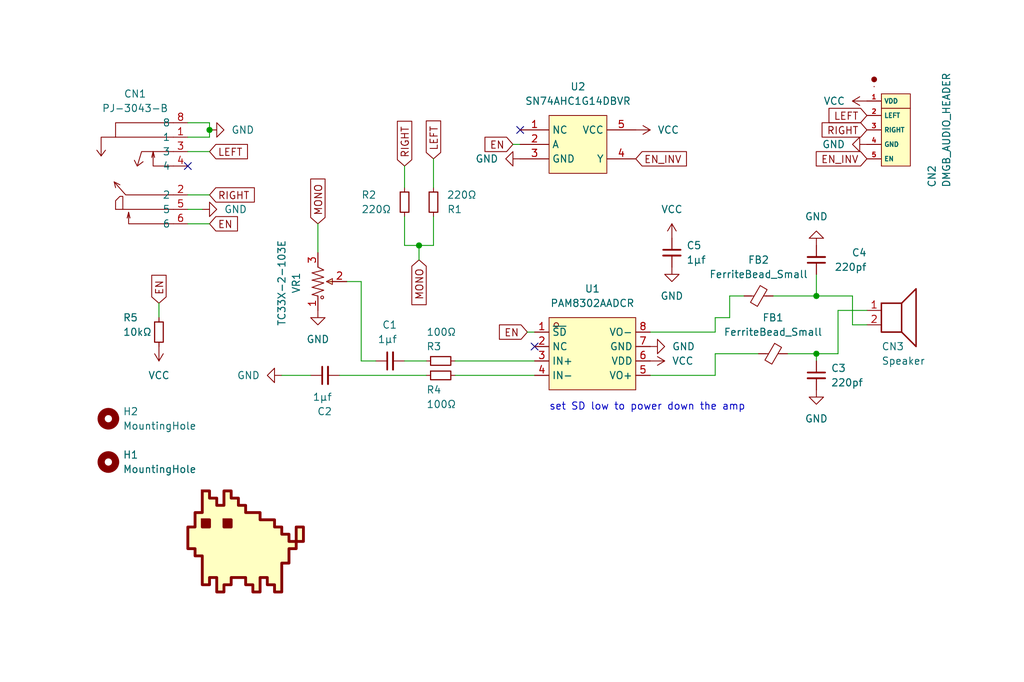
<source format=kicad_sch>
(kicad_sch (version 20211123) (generator eeschema)

  (uuid a64031c3-0583-476a-b60f-25cf7375501b)

  (paper "User" 180.01 119.99)

  (title_block
    (title "Super DMG JACK")
    (rev "2.1")
  )

  (lib_symbols
    (symbol "Device:C_Small" (pin_numbers hide) (pin_names (offset 0.254) hide) (in_bom yes) (on_board yes)
      (property "Reference" "C" (id 0) (at 0.254 1.778 0)
        (effects (font (size 1.27 1.27)) (justify left))
      )
      (property "Value" "C_Small" (id 1) (at 0.254 -2.032 0)
        (effects (font (size 1.27 1.27)) (justify left))
      )
      (property "Footprint" "" (id 2) (at 0 0 0)
        (effects (font (size 1.27 1.27)) hide)
      )
      (property "Datasheet" "~" (id 3) (at 0 0 0)
        (effects (font (size 1.27 1.27)) hide)
      )
      (property "ki_keywords" "capacitor cap" (id 4) (at 0 0 0)
        (effects (font (size 1.27 1.27)) hide)
      )
      (property "ki_description" "Unpolarized capacitor, small symbol" (id 5) (at 0 0 0)
        (effects (font (size 1.27 1.27)) hide)
      )
      (property "ki_fp_filters" "C_*" (id 6) (at 0 0 0)
        (effects (font (size 1.27 1.27)) hide)
      )
      (symbol "C_Small_0_1"
        (polyline
          (pts
            (xy -1.524 -0.508)
            (xy 1.524 -0.508)
          )
          (stroke (width 0.3302) (type default) (color 0 0 0 0))
          (fill (type none))
        )
        (polyline
          (pts
            (xy -1.524 0.508)
            (xy 1.524 0.508)
          )
          (stroke (width 0.3048) (type default) (color 0 0 0 0))
          (fill (type none))
        )
      )
      (symbol "C_Small_1_1"
        (pin passive line (at 0 2.54 270) (length 2.032)
          (name "~" (effects (font (size 1.27 1.27))))
          (number "1" (effects (font (size 1.27 1.27))))
        )
        (pin passive line (at 0 -2.54 90) (length 2.032)
          (name "~" (effects (font (size 1.27 1.27))))
          (number "2" (effects (font (size 1.27 1.27))))
        )
      )
    )
    (symbol "Device:FerriteBead_Small" (pin_numbers hide) (pin_names (offset 0)) (in_bom yes) (on_board yes)
      (property "Reference" "FB" (id 0) (at 1.905 1.27 0)
        (effects (font (size 1.27 1.27)) (justify left))
      )
      (property "Value" "FerriteBead_Small" (id 1) (at 1.905 -1.27 0)
        (effects (font (size 1.27 1.27)) (justify left))
      )
      (property "Footprint" "" (id 2) (at -1.778 0 90)
        (effects (font (size 1.27 1.27)) hide)
      )
      (property "Datasheet" "~" (id 3) (at 0 0 0)
        (effects (font (size 1.27 1.27)) hide)
      )
      (property "ki_keywords" "L ferrite bead inductor filter" (id 4) (at 0 0 0)
        (effects (font (size 1.27 1.27)) hide)
      )
      (property "ki_description" "Ferrite bead, small symbol" (id 5) (at 0 0 0)
        (effects (font (size 1.27 1.27)) hide)
      )
      (property "ki_fp_filters" "Inductor_* L_* *Ferrite*" (id 6) (at 0 0 0)
        (effects (font (size 1.27 1.27)) hide)
      )
      (symbol "FerriteBead_Small_0_1"
        (polyline
          (pts
            (xy 0 -1.27)
            (xy 0 -0.7874)
          )
          (stroke (width 0) (type default) (color 0 0 0 0))
          (fill (type none))
        )
        (polyline
          (pts
            (xy 0 0.889)
            (xy 0 1.2954)
          )
          (stroke (width 0) (type default) (color 0 0 0 0))
          (fill (type none))
        )
        (polyline
          (pts
            (xy -1.8288 0.2794)
            (xy -1.1176 1.4986)
            (xy 1.8288 -0.2032)
            (xy 1.1176 -1.4224)
            (xy -1.8288 0.2794)
          )
          (stroke (width 0) (type default) (color 0 0 0 0))
          (fill (type none))
        )
      )
      (symbol "FerriteBead_Small_1_1"
        (pin passive line (at 0 2.54 270) (length 1.27)
          (name "~" (effects (font (size 1.27 1.27))))
          (number "1" (effects (font (size 1.27 1.27))))
        )
        (pin passive line (at 0 -2.54 90) (length 1.27)
          (name "~" (effects (font (size 1.27 1.27))))
          (number "2" (effects (font (size 1.27 1.27))))
        )
      )
    )
    (symbol "Device:R_Small" (pin_numbers hide) (pin_names (offset 0.254) hide) (in_bom yes) (on_board yes)
      (property "Reference" "R" (id 0) (at 0.762 0.508 0)
        (effects (font (size 1.27 1.27)) (justify left))
      )
      (property "Value" "R_Small" (id 1) (at 0.762 -1.016 0)
        (effects (font (size 1.27 1.27)) (justify left))
      )
      (property "Footprint" "" (id 2) (at 0 0 0)
        (effects (font (size 1.27 1.27)) hide)
      )
      (property "Datasheet" "~" (id 3) (at 0 0 0)
        (effects (font (size 1.27 1.27)) hide)
      )
      (property "ki_keywords" "R resistor" (id 4) (at 0 0 0)
        (effects (font (size 1.27 1.27)) hide)
      )
      (property "ki_description" "Resistor, small symbol" (id 5) (at 0 0 0)
        (effects (font (size 1.27 1.27)) hide)
      )
      (property "ki_fp_filters" "R_*" (id 6) (at 0 0 0)
        (effects (font (size 1.27 1.27)) hide)
      )
      (symbol "R_Small_0_1"
        (rectangle (start -0.762 1.778) (end 0.762 -1.778)
          (stroke (width 0.2032) (type default) (color 0 0 0 0))
          (fill (type none))
        )
      )
      (symbol "R_Small_1_1"
        (pin passive line (at 0 2.54 270) (length 0.762)
          (name "~" (effects (font (size 1.27 1.27))))
          (number "1" (effects (font (size 1.27 1.27))))
        )
        (pin passive line (at 0 -2.54 90) (length 0.762)
          (name "~" (effects (font (size 1.27 1.27))))
          (number "2" (effects (font (size 1.27 1.27))))
        )
      )
    )
    (symbol "Device:Speaker" (pin_names (offset 0) hide) (in_bom yes) (on_board yes)
      (property "Reference" "LS" (id 0) (at 1.27 5.715 0)
        (effects (font (size 1.27 1.27)) (justify right))
      )
      (property "Value" "Speaker" (id 1) (at 1.27 3.81 0)
        (effects (font (size 1.27 1.27)) (justify right))
      )
      (property "Footprint" "" (id 2) (at 0 -5.08 0)
        (effects (font (size 1.27 1.27)) hide)
      )
      (property "Datasheet" "~" (id 3) (at -0.254 -1.27 0)
        (effects (font (size 1.27 1.27)) hide)
      )
      (property "ki_keywords" "speaker sound" (id 4) (at 0 0 0)
        (effects (font (size 1.27 1.27)) hide)
      )
      (property "ki_description" "Speaker" (id 5) (at 0 0 0)
        (effects (font (size 1.27 1.27)) hide)
      )
      (symbol "Speaker_0_0"
        (rectangle (start -2.54 1.27) (end 1.016 -3.81)
          (stroke (width 0.254) (type default) (color 0 0 0 0))
          (fill (type none))
        )
        (polyline
          (pts
            (xy 1.016 1.27)
            (xy 3.556 3.81)
            (xy 3.556 -6.35)
            (xy 1.016 -3.81)
          )
          (stroke (width 0.254) (type default) (color 0 0 0 0))
          (fill (type none))
        )
      )
      (symbol "Speaker_1_1"
        (pin input line (at -5.08 0 0) (length 2.54)
          (name "1" (effects (font (size 1.27 1.27))))
          (number "1" (effects (font (size 1.27 1.27))))
        )
        (pin input line (at -5.08 -2.54 0) (length 2.54)
          (name "2" (effects (font (size 1.27 1.27))))
          (number "2" (effects (font (size 1.27 1.27))))
        )
      )
    )
    (symbol "Mechanical:MountingHole" (pin_names (offset 1.016)) (in_bom yes) (on_board yes)
      (property "Reference" "H" (id 0) (at 0 5.08 0)
        (effects (font (size 1.27 1.27)))
      )
      (property "Value" "MountingHole" (id 1) (at 0 3.175 0)
        (effects (font (size 1.27 1.27)))
      )
      (property "Footprint" "" (id 2) (at 0 0 0)
        (effects (font (size 1.27 1.27)) hide)
      )
      (property "Datasheet" "~" (id 3) (at 0 0 0)
        (effects (font (size 1.27 1.27)) hide)
      )
      (property "ki_keywords" "mounting hole" (id 4) (at 0 0 0)
        (effects (font (size 1.27 1.27)) hide)
      )
      (property "ki_description" "Mounting Hole without connection" (id 5) (at 0 0 0)
        (effects (font (size 1.27 1.27)) hide)
      )
      (property "ki_fp_filters" "MountingHole*" (id 6) (at 0 0 0)
        (effects (font (size 1.27 1.27)) hide)
      )
      (symbol "MountingHole_0_1"
        (circle (center 0 0) (radius 1.27)
          (stroke (width 1.27) (type default) (color 0 0 0 0))
          (fill (type none))
        )
      )
    )
    (symbol "easyeda2kicad:PAM8302AADCR" (in_bom yes) (on_board yes)
      (property "Reference" "U" (id 0) (at 0 8.89 0)
        (effects (font (size 1.27 1.27)))
      )
      (property "Value" "PAM8302AADCR" (id 1) (at 0 -8.89 0)
        (effects (font (size 1.27 1.27)))
      )
      (property "Footprint" "easyeda2kicad:SOP-8_L4.9-W3.9-P1.27-LS6.0-BL" (id 2) (at 0 -11.43 0)
        (effects (font (size 1.27 1.27)) hide)
      )
      (property "Datasheet" "https://lcsc.com/product-detail/Audio-OpAmps_DIODES_PAM8302AADCR_PAM8302AADCR_C112137.html" (id 3) (at 0 -13.97 0)
        (effects (font (size 1.27 1.27)) hide)
      )
      (property "Manufacturer" "DIODES(美台)" (id 4) (at 0 -16.51 0)
        (effects (font (size 1.27 1.27)) hide)
      )
      (property "LCSC Part" "C112137" (id 5) (at 0 -19.05 0)
        (effects (font (size 1.27 1.27)) hide)
      )
      (property "JLC Part" "Extended Part" (id 6) (at 0 -21.59 0)
        (effects (font (size 1.27 1.27)) hide)
      )
      (symbol "PAM8302AADCR_0_1"
        (rectangle (start -7.62 6.35) (end 7.62 -6.35)
          (stroke (width 0) (type default) (color 0 0 0 0))
          (fill (type background))
        )
        (circle (center -6.35 5.08) (radius 0.38)
          (stroke (width 0) (type default) (color 0 0 0 0))
          (fill (type none))
        )
        (pin unspecified line (at -10.16 3.81 0) (length 2.54)
          (name "~{SD}" (effects (font (size 1.27 1.27))))
          (number "1" (effects (font (size 1.27 1.27))))
        )
        (pin unspecified line (at -10.16 1.27 0) (length 2.54)
          (name "NC" (effects (font (size 1.27 1.27))))
          (number "2" (effects (font (size 1.27 1.27))))
        )
        (pin unspecified line (at -10.16 -1.27 0) (length 2.54)
          (name "IN+" (effects (font (size 1.27 1.27))))
          (number "3" (effects (font (size 1.27 1.27))))
        )
        (pin unspecified line (at -10.16 -3.81 0) (length 2.54)
          (name "IN-" (effects (font (size 1.27 1.27))))
          (number "4" (effects (font (size 1.27 1.27))))
        )
        (pin unspecified line (at 10.16 -3.81 180) (length 2.54)
          (name "VO+" (effects (font (size 1.27 1.27))))
          (number "5" (effects (font (size 1.27 1.27))))
        )
        (pin unspecified line (at 10.16 -1.27 180) (length 2.54)
          (name "VDD" (effects (font (size 1.27 1.27))))
          (number "6" (effects (font (size 1.27 1.27))))
        )
        (pin unspecified line (at 10.16 1.27 180) (length 2.54)
          (name "GND" (effects (font (size 1.27 1.27))))
          (number "7" (effects (font (size 1.27 1.27))))
        )
        (pin unspecified line (at 10.16 3.81 180) (length 2.54)
          (name "VO-" (effects (font (size 1.27 1.27))))
          (number "8" (effects (font (size 1.27 1.27))))
        )
      )
    )
    (symbol "easyeda2kicad:PJ-3043-B" (in_bom yes) (on_board yes)
      (property "Reference" "CN" (id 0) (at 0 15.24 0)
        (effects (font (size 1.27 1.27)))
      )
      (property "Value" "PJ-3043-B" (id 1) (at 0 -12.7 0)
        (effects (font (size 1.27 1.27)))
      )
      (property "Footprint" "easyeda2kicad:AUDIO-TH_PJ-3043-B" (id 2) (at 0 -15.24 0)
        (effects (font (size 1.27 1.27)) hide)
      )
      (property "Datasheet" "https://lcsc.com/product-detail/Audio-Video-Connectors_XKB-Connectivity-PJ-3043-B_C2682182.html" (id 3) (at 0 -17.78 0)
        (effects (font (size 1.27 1.27)) hide)
      )
      (property "Manufacturer" "XKB Connectivity(中国星坤)" (id 4) (at 0 -20.32 0)
        (effects (font (size 1.27 1.27)) hide)
      )
      (property "LCSC Part" "C2682182" (id 5) (at 0 -22.86 0)
        (effects (font (size 1.27 1.27)) hide)
      )
      (property "JLC Part" "Extended Part" (id 6) (at 0 -25.4 0)
        (effects (font (size 1.27 1.27)) hide)
      )
      (symbol "PJ-3043-B_0_1"
        (polyline
          (pts
            (xy -7.62 4.32)
            (xy -8.38 5.33)
          )
          (stroke (width 0) (type default) (color 0 0 0 0))
          (fill (type none))
        )
        (polyline
          (pts
            (xy -7.62 4.32)
            (xy -6.86 5.33)
          )
          (stroke (width 0) (type default) (color 0 0 0 0))
          (fill (type none))
        )
        (polyline
          (pts
            (xy -5.33 -0.25)
            (xy -4.32 -0.76)
          )
          (stroke (width 0) (type default) (color 0 0 0 0))
          (fill (type none))
        )
        (polyline
          (pts
            (xy -2.79 -5.59)
            (xy -2.54 -6.6)
          )
          (stroke (width 0) (type default) (color 0 0 0 0))
          (fill (type none))
        )
        (polyline
          (pts
            (xy -1.27 2.54)
            (xy -1.78 3.56)
          )
          (stroke (width 0) (type default) (color 0 0 0 0))
          (fill (type none))
        )
        (polyline
          (pts
            (xy 1.52 5.08)
            (xy 1.27 4.06)
          )
          (stroke (width 0) (type default) (color 0 0 0 0))
          (fill (type none))
        )
        (polyline
          (pts
            (xy 5.08 -5.08)
            (xy -4.32 -5.08)
            (xy -5.08 -5.08)
          )
          (stroke (width 0) (type default) (color 0 0 0 0))
          (fill (type none))
        )
        (polyline
          (pts
            (xy 5.08 7.62)
            (xy -7.62 7.62)
            (xy -7.62 4.32)
          )
          (stroke (width 0) (type default) (color 0 0 0 0))
          (fill (type none))
        )
        (polyline
          (pts
            (xy 5.08 10.16)
            (xy -5.08 10.16)
            (xy -5.08 7.62)
          )
          (stroke (width 0) (type default) (color 0 0 0 0))
          (fill (type none))
        )
        (polyline
          (pts
            (xy 5.08 -7.62)
            (xy -2.79 -7.62)
            (xy -2.79 -5.59)
            (xy -3.05 -6.6)
          )
          (stroke (width 0) (type default) (color 0 0 0 0))
          (fill (type none))
        )
        (polyline
          (pts
            (xy 5.08 -2.54)
            (xy -3.3 -2.54)
            (xy -5.33 -0.25)
            (xy -5.08 -1.27)
          )
          (stroke (width 0) (type default) (color 0 0 0 0))
          (fill (type none))
        )
        (polyline
          (pts
            (xy 5.08 2.54)
            (xy 1.52 2.54)
            (xy 1.52 5.08)
            (xy 1.78 4.06)
          )
          (stroke (width 0) (type default) (color 0 0 0 0))
          (fill (type none))
        )
        (polyline
          (pts
            (xy 5.08 5.08)
            (xy -0.51 5.08)
            (xy -1.27 2.54)
            (xy -0.25 3.3)
          )
          (stroke (width 0) (type default) (color 0 0 0 0))
          (fill (type none))
        )
        (polyline
          (pts
            (xy -5.08 -5.08)
            (xy -5.08 -3.56)
            (xy -4.32 -2.79)
            (xy -3.81 -2.79)
            (xy -3.81 -5.08)
          )
          (stroke (width 0) (type default) (color 0 0 0 0))
          (fill (type none))
        )
        (pin unspecified line (at 7.62 7.62 180) (length 2.54)
          (name "1" (effects (font (size 1.27 1.27))))
          (number "1" (effects (font (size 1.27 1.27))))
        )
        (pin unspecified line (at 7.62 -2.54 180) (length 2.54)
          (name "2" (effects (font (size 1.27 1.27))))
          (number "2" (effects (font (size 1.27 1.27))))
        )
        (pin unspecified line (at 7.62 5.08 180) (length 2.54)
          (name "3" (effects (font (size 1.27 1.27))))
          (number "3" (effects (font (size 1.27 1.27))))
        )
        (pin unspecified line (at 7.62 2.54 180) (length 2.54)
          (name "4" (effects (font (size 1.27 1.27))))
          (number "4" (effects (font (size 1.27 1.27))))
        )
        (pin unspecified line (at 7.62 -5.08 180) (length 2.54)
          (name "5" (effects (font (size 1.27 1.27))))
          (number "5" (effects (font (size 1.27 1.27))))
        )
        (pin unspecified line (at 7.62 -7.62 180) (length 2.54)
          (name "6" (effects (font (size 1.27 1.27))))
          (number "6" (effects (font (size 1.27 1.27))))
        )
        (pin unspecified line (at 7.62 10.16 180) (length 2.54)
          (name "8" (effects (font (size 1.27 1.27))))
          (number "8" (effects (font (size 1.27 1.27))))
        )
      )
    )
    (symbol "easyeda2kicad:SN74AHC1G14DBVR" (in_bom yes) (on_board yes)
      (property "Reference" "U" (id 0) (at 0 7.62 0)
        (effects (font (size 1.27 1.27)))
      )
      (property "Value" "SN74AHC1G14DBVR" (id 1) (at 0 -7.62 0)
        (effects (font (size 1.27 1.27)))
      )
      (property "Footprint" "easyeda2kicad:SOT-23-5_L3.0-W1.7-P0.95-LS2.8-BR" (id 2) (at 0 -10.16 0)
        (effects (font (size 1.27 1.27)) hide)
      )
      (property "Datasheet" "https://lcsc.com/product-detail/74-Series_TI_SN74AHC1G14DBVR_SN74AHC1G14DBVR_C7469.html" (id 3) (at 0 -12.7 0)
        (effects (font (size 1.27 1.27)) hide)
      )
      (property "Manufacturer" "TI(德州仪器)" (id 4) (at 0 -15.24 0)
        (effects (font (size 1.27 1.27)) hide)
      )
      (property "LCSC Part" "C7469" (id 5) (at 0 -17.78 0)
        (effects (font (size 1.27 1.27)) hide)
      )
      (property "JLC Part" "Extended Part" (id 6) (at 0 -20.32 0)
        (effects (font (size 1.27 1.27)) hide)
      )
      (symbol "SN74AHC1G14DBVR_0_1"
        (rectangle (start -5.08 5.08) (end 5.08 -5.08)
          (stroke (width 0) (type default) (color 0 0 0 0))
          (fill (type background))
        )
        (pin unspecified line (at -10.16 2.54 0) (length 5.08)
          (name "NC" (effects (font (size 1.27 1.27))))
          (number "1" (effects (font (size 1.27 1.27))))
        )
        (pin unspecified line (at -10.16 0 0) (length 5.08)
          (name "A" (effects (font (size 1.27 1.27))))
          (number "2" (effects (font (size 1.27 1.27))))
        )
        (pin unspecified line (at -10.16 -2.54 0) (length 5.08)
          (name "GND" (effects (font (size 1.27 1.27))))
          (number "3" (effects (font (size 1.27 1.27))))
        )
        (pin unspecified line (at 10.16 -2.54 180) (length 5.08)
          (name "Y" (effects (font (size 1.27 1.27))))
          (number "4" (effects (font (size 1.27 1.27))))
        )
        (pin unspecified line (at 10.16 2.54 180) (length 5.08)
          (name "VCC" (effects (font (size 1.27 1.27))))
          (number "5" (effects (font (size 1.27 1.27))))
        )
      )
    )
    (symbol "easyeda2kicad:TC33X-2-103E" (pin_names hide) (in_bom yes) (on_board yes)
      (property "Reference" "R" (id 0) (at 0 10.16 0)
        (effects (font (size 1.27 1.27)))
      )
      (property "Value" "TC33X-2-103E" (id 1) (at 0 -5.08 0)
        (effects (font (size 1.27 1.27)))
      )
      (property "Footprint" "easyeda2kicad:RES-ADJ-SMD_3P-L3.0-W3.8-P1.75-BR" (id 2) (at 0 -7.62 0)
        (effects (font (size 1.27 1.27)) hide)
      )
      (property "Datasheet" "" (id 3) (at 0 0 0)
        (effects (font (size 1.27 1.27)) hide)
      )
      (property "Manufacturer" "BOURNS" (id 4) (at 0 -10.16 0)
        (effects (font (size 1.27 1.27)) hide)
      )
      (property "LCSC Part" "C719176" (id 5) (at 0 -12.7 0)
        (effects (font (size 1.27 1.27)) hide)
      )
      (property "JLC Part" "Extended Part" (id 6) (at 0 -15.24 0)
        (effects (font (size 1.27 1.27)) hide)
      )
      (symbol "TC33X-2-103E_0_1"
        (polyline
          (pts
            (xy -2.54 0)
            (xy -2.03 1.02)
          )
          (stroke (width 0) (type default) (color 0 0 0 0))
          (fill (type none))
        )
        (polyline
          (pts
            (xy -2.03 1.02)
            (xy -1.52 -1.02)
          )
          (stroke (width 0) (type default) (color 0 0 0 0))
          (fill (type none))
        )
        (polyline
          (pts
            (xy -1.52 -1.02)
            (xy -0.76 1.02)
          )
          (stroke (width 0) (type default) (color 0 0 0 0))
          (fill (type none))
        )
        (polyline
          (pts
            (xy -0.76 1.02)
            (xy -0.25 -1.02)
          )
          (stroke (width 0) (type default) (color 0 0 0 0))
          (fill (type none))
        )
        (polyline
          (pts
            (xy -0.25 -1.02)
            (xy 0.25 1.02)
          )
          (stroke (width 0) (type default) (color 0 0 0 0))
          (fill (type none))
        )
        (polyline
          (pts
            (xy 0 2.54)
            (xy 0 1.52)
          )
          (stroke (width 0) (type default) (color 0 0 0 0))
          (fill (type none))
        )
        (polyline
          (pts
            (xy 0.25 1.02)
            (xy 1.02 -1.02)
          )
          (stroke (width 0) (type default) (color 0 0 0 0))
          (fill (type none))
        )
        (polyline
          (pts
            (xy 1.02 -1.02)
            (xy 1.52 1.02)
          )
          (stroke (width 0) (type default) (color 0 0 0 0))
          (fill (type none))
        )
        (polyline
          (pts
            (xy 1.52 1.02)
            (xy 2.29 -1.02)
          )
          (stroke (width 0) (type default) (color 0 0 0 0))
          (fill (type none))
        )
        (polyline
          (pts
            (xy 2.29 -1.02)
            (xy 2.54 0)
          )
          (stroke (width 0) (type default) (color 0 0 0 0))
          (fill (type none))
        )
        (polyline
          (pts
            (xy -0.51 2.54)
            (xy 0 1.52)
            (xy 0.51 2.54)
            (xy -0.51 2.54)
          )
          (stroke (width 0) (type default) (color 0 0 0 0))
          (fill (type background))
        )
        (circle (center 2.79 0.76) (radius 0.25)
          (stroke (width 0) (type default) (color 0 0 0 0))
          (fill (type none))
        )
        (pin unspecified line (at 5.08 0 180) (length 2.54)
          (name "1" (effects (font (size 1.27 1.27))))
          (number "1" (effects (font (size 1.27 1.27))))
        )
        (pin unspecified line (at 0 5.08 270) (length 2.54)
          (name "2" (effects (font (size 1.27 1.27))))
          (number "2" (effects (font (size 1.27 1.27))))
        )
        (pin unspecified line (at -5.08 0 0) (length 2.54)
          (name "3" (effects (font (size 1.27 1.27))))
          (number "3" (effects (font (size 1.27 1.27))))
        )
      )
    )
    (symbol "kmc_lib:DMGB_AUDIO_HEADER" (in_bom no) (on_board yes)
      (property "Reference" "H" (id 0) (at 7.62 3.81 0)
        (effects (font (size 1.27 1.27)))
      )
      (property "Value" "DMGB_AUDIO_HEADER" (id 1) (at 10.16 1.27 0)
        (effects (font (size 1.27 1.27)))
      )
      (property "Footprint" "" (id 2) (at 0 0 0)
        (effects (font (size 1.27 1.27)) hide)
      )
      (property "Datasheet" "" (id 3) (at 0 0 0)
        (effects (font (size 1.27 1.27)) hide)
      )
      (symbol "DMGB_AUDIO_HEADER_0_1"
        (polyline
          (pts
            (xy 6.35 -5.08)
            (xy 11.43 -5.08)
          )
          (stroke (width 0) (type default) (color 0 0 0 0))
          (fill (type none))
        )
        (rectangle (start 5.08 -1.27) (end 5.08 -1.27)
          (stroke (width 0) (type default) (color 0 0 0 0))
          (fill (type none))
        )
        (rectangle (start 5.08 -1.27) (end 5.08 -1.27)
          (stroke (width 0) (type default) (color 0 0 0 0))
          (fill (type none))
        )
        (rectangle (start 5.08 -1.27) (end 5.08 -1.27)
          (stroke (width 0) (type default) (color 0 0 0 0))
          (fill (type none))
        )
        (rectangle (start 5.08 0) (end 5.08 0)
          (stroke (width 1) (type default) (color 0 0 0 0))
          (fill (type outline))
        )
        (rectangle (start 6.35 -2.54) (end 11.43 -15.24)
          (stroke (width 0) (type default) (color 0 0 0 0))
          (fill (type background))
        )
        (rectangle (start 8.89 -6.35) (end 8.89 -6.35)
          (stroke (width 0) (type default) (color 0 0 0 0))
          (fill (type none))
        )
      )
      (symbol "DMGB_AUDIO_HEADER_1_1"
        (pin power_in line (at 3.81 -3.81 0) (length 2.4892)
          (name "VDD" (effects (font (size 0.8128 0.8128))))
          (number "1" (effects (font (size 0.8128 0.8128))))
        )
        (pin input line (at 3.81 -6.35 0) (length 2.4892)
          (name "LEFT" (effects (font (size 0.8128 0.8128))))
          (number "2" (effects (font (size 0.8128 0.8128))))
        )
        (pin input line (at 3.81 -8.89 0) (length 2.4892)
          (name "RIGHT" (effects (font (size 0.8128 0.8128))))
          (number "3" (effects (font (size 0.8128 0.8128))))
        )
        (pin power_in line (at 3.81 -11.43 0) (length 2.4892)
          (name "GND" (effects (font (size 0.8128 0.8128))))
          (number "4" (effects (font (size 0.8128 0.8128))))
        )
        (pin output line (at 3.81 -13.97 0) (length 2.4892)
          (name "EN" (effects (font (size 0.8128 0.8128))))
          (number "5" (effects (font (size 0.8128 0.8128))))
        )
      )
    )
    (symbol "kmc_lib:kmc" (in_bom no) (on_board yes)
      (property "Reference" "G" (id 0) (at -3.81 2.54 0)
        (effects (font (size 1.27 1.27)))
      )
      (property "Value" "kmc" (id 1) (at 0 2.54 0)
        (effects (font (size 1.27 1.27)))
      )
      (property "Footprint" "eda-glyphs:kmc" (id 2) (at 0 0 0)
        (effects (font (size 1.27 1.27)) hide)
      )
      (property "Datasheet" "" (id 3) (at 0 0 0)
        (effects (font (size 1.27 1.27)) hide)
      )
      (symbol "kmc_0_1"
        (polyline
          (pts
            (xy 3.81 2.54)
            (xy 3.81 2.54)
          )
          (stroke (width 0) (type default) (color 0 0 0 0))
          (fill (type none))
        )
        (polyline
          (pts
            (xy 5.08 2.54)
            (xy 5.08 2.54)
          )
          (stroke (width 0) (type default) (color 0 0 0 0))
          (fill (type none))
        )
        (polyline
          (pts
            (xy -2.54 -7.62)
            (xy -2.54 -8.89)
            (xy -1.27 -8.89)
            (xy -1.27 -7.62)
            (xy -2.54 -7.62)
          )
          (stroke (width 0.5) (type default) (color 0 0 0 0))
          (fill (type outline))
        )
        (polyline
          (pts
            (xy 1.27 -7.62)
            (xy 1.27 -8.89)
            (xy 2.54 -8.89)
            (xy 2.54 -7.62)
            (xy 1.27 -7.62)
          )
          (stroke (width 0.5) (type default) (color 0 0 0 0))
          (fill (type outline))
        )
        (polyline
          (pts
            (xy -2.54 -2.54)
            (xy -1.27 -2.54)
            (xy -1.27 -3.81)
            (xy 0 -3.81)
            (xy 0 -5.08)
            (xy 1.27 -5.08)
            (xy 1.27 -2.54)
            (xy 2.54 -2.54)
            (xy 2.54 -3.81)
            (xy 3.81 -3.81)
            (xy 3.81 -5.08)
            (xy 5.08 -5.08)
            (xy 5.08 -6.35)
            (xy 7.62 -6.35)
            (xy 7.62 -7.62)
            (xy 10.16 -7.62)
            (xy 10.16 -8.89)
            (xy 11.43 -8.89)
            (xy 11.43 -10.16)
            (xy 12.7 -10.16)
            (xy 12.7 -11.43)
            (xy 13.97 -11.43)
            (xy 13.97 -8.89)
            (xy 15.24 -8.89)
            (xy 15.24 -11.43)
            (xy 13.97 -11.43)
            (xy 13.97 -12.7)
            (xy 12.7 -12.7)
            (xy 12.7 -15.24)
            (xy 11.43 -15.24)
            (xy 11.43 -20.32)
            (xy 10.16 -20.32)
            (xy 10.16 -19.05)
            (xy 8.89 -19.05)
            (xy 8.89 -17.78)
            (xy 7.62 -17.78)
            (xy 7.62 -20.32)
            (xy 6.35 -20.32)
            (xy 6.35 -19.05)
            (xy 5.08 -19.05)
            (xy 5.08 -17.78)
            (xy 2.54 -17.78)
            (xy 2.54 -19.05)
            (xy 1.27 -19.05)
            (xy 1.27 -20.32)
            (xy 0 -20.32)
            (xy 0 -17.78)
            (xy -1.27 -17.78)
            (xy -1.27 -19.05)
            (xy -2.54 -19.05)
            (xy -2.54 -13.97)
            (xy -3.81 -13.97)
            (xy -3.81 -12.7)
            (xy -5.08 -12.7)
            (xy -5.08 -8.89)
            (xy -3.81 -8.89)
            (xy -3.81 -6.35)
            (xy -2.54 -6.35)
            (xy -2.54 -2.54)
          )
          (stroke (width 0.5) (type default) (color 0 0 0 0))
          (fill (type background))
        )
      )
    )
    (symbol "power:GND" (power) (pin_names (offset 0)) (in_bom yes) (on_board yes)
      (property "Reference" "#PWR" (id 0) (at 0 -6.35 0)
        (effects (font (size 1.27 1.27)) hide)
      )
      (property "Value" "GND" (id 1) (at 0 -3.81 0)
        (effects (font (size 1.27 1.27)))
      )
      (property "Footprint" "" (id 2) (at 0 0 0)
        (effects (font (size 1.27 1.27)) hide)
      )
      (property "Datasheet" "" (id 3) (at 0 0 0)
        (effects (font (size 1.27 1.27)) hide)
      )
      (property "ki_keywords" "power-flag" (id 4) (at 0 0 0)
        (effects (font (size 1.27 1.27)) hide)
      )
      (property "ki_description" "Power symbol creates a global label with name \"GND\" , ground" (id 5) (at 0 0 0)
        (effects (font (size 1.27 1.27)) hide)
      )
      (symbol "GND_0_1"
        (polyline
          (pts
            (xy 0 0)
            (xy 0 -1.27)
            (xy 1.27 -1.27)
            (xy 0 -2.54)
            (xy -1.27 -1.27)
            (xy 0 -1.27)
          )
          (stroke (width 0) (type default) (color 0 0 0 0))
          (fill (type none))
        )
      )
      (symbol "GND_1_1"
        (pin power_in line (at 0 0 270) (length 0) hide
          (name "GND" (effects (font (size 1.27 1.27))))
          (number "1" (effects (font (size 1.27 1.27))))
        )
      )
    )
    (symbol "power:VCC" (power) (pin_names (offset 0)) (in_bom yes) (on_board yes)
      (property "Reference" "#PWR" (id 0) (at 0 -3.81 0)
        (effects (font (size 1.27 1.27)) hide)
      )
      (property "Value" "VCC" (id 1) (at 0 3.81 0)
        (effects (font (size 1.27 1.27)))
      )
      (property "Footprint" "" (id 2) (at 0 0 0)
        (effects (font (size 1.27 1.27)) hide)
      )
      (property "Datasheet" "" (id 3) (at 0 0 0)
        (effects (font (size 1.27 1.27)) hide)
      )
      (property "ki_keywords" "power-flag" (id 4) (at 0 0 0)
        (effects (font (size 1.27 1.27)) hide)
      )
      (property "ki_description" "Power symbol creates a global label with name \"VCC\"" (id 5) (at 0 0 0)
        (effects (font (size 1.27 1.27)) hide)
      )
      (symbol "VCC_0_1"
        (polyline
          (pts
            (xy -0.762 1.27)
            (xy 0 2.54)
          )
          (stroke (width 0) (type default) (color 0 0 0 0))
          (fill (type none))
        )
        (polyline
          (pts
            (xy 0 0)
            (xy 0 2.54)
          )
          (stroke (width 0) (type default) (color 0 0 0 0))
          (fill (type none))
        )
        (polyline
          (pts
            (xy 0 2.54)
            (xy 0.762 1.27)
          )
          (stroke (width 0) (type default) (color 0 0 0 0))
          (fill (type none))
        )
      )
      (symbol "VCC_1_1"
        (pin power_in line (at 0 0 90) (length 0) hide
          (name "VCC" (effects (font (size 1.27 1.27))))
          (number "1" (effects (font (size 1.27 1.27))))
        )
      )
    )
  )

  (junction (at 36.83 22.86) (diameter 0) (color 0 0 0 0)
    (uuid 4812b491-2ea7-466e-bca3-31fb5ed5530e)
  )
  (junction (at 73.66 43.18) (diameter 0) (color 0 0 0 0)
    (uuid 711ad620-0341-4e04-bd81-f67d761e11b3)
  )
  (junction (at 143.51 52.07) (diameter 0) (color 0 0 0 0)
    (uuid 925070f7-0c60-4bbc-b414-0cc23713ef82)
  )
  (junction (at 143.51 62.23) (diameter 0) (color 0 0 0 0)
    (uuid ba09e949-c468-4169-bd8a-28f19b7fec24)
  )

  (no_connect (at 93.98 60.96) (uuid 115c2914-d78d-4cd4-94e4-6adc36ebed76))
  (no_connect (at 91.44 22.86) (uuid 447d35b8-ea91-494c-8175-d1bccd2bdd22))
  (no_connect (at 33.02 29.21) (uuid 447d35b8-ea91-494c-8175-d1bccd2bdd23))

  (wire (pts (xy 33.02 39.37) (xy 36.83 39.37))
    (stroke (width 0) (type default) (color 0 0 0 0))
    (uuid 0276c230-b001-492d-9038-805faf2c3f32)
  )
  (wire (pts (xy 149.86 52.07) (xy 149.86 57.15))
    (stroke (width 0) (type default) (color 0 0 0 0))
    (uuid 0aa39140-08fe-4729-ba0f-5c165d37bfbf)
  )
  (wire (pts (xy 128.27 52.07) (xy 128.27 55.88))
    (stroke (width 0) (type default) (color 0 0 0 0))
    (uuid 0d694289-23d8-4945-8a0c-0660abd18510)
  )
  (wire (pts (xy 92.71 58.42) (xy 93.98 58.42))
    (stroke (width 0) (type default) (color 0 0 0 0))
    (uuid 1137118c-79a0-4088-8386-ac9b64dc780a)
  )
  (wire (pts (xy 114.3 66.04) (xy 125.73 66.04))
    (stroke (width 0) (type default) (color 0 0 0 0))
    (uuid 14b5eae2-692b-4857-b8b9-0dd1025a1424)
  )
  (wire (pts (xy 143.51 63.5) (xy 143.51 62.23))
    (stroke (width 0) (type default) (color 0 0 0 0))
    (uuid 163b22b7-d2e6-4347-935a-86bb4268d319)
  )
  (wire (pts (xy 128.27 55.88) (xy 125.73 55.88))
    (stroke (width 0) (type default) (color 0 0 0 0))
    (uuid 1e7c33dc-3faf-4e36-9108-8375d415336a)
  )
  (wire (pts (xy 73.66 43.18) (xy 73.66 45.72))
    (stroke (width 0) (type default) (color 0 0 0 0))
    (uuid 22cec627-8e9c-4165-b080-c7bab8f4f96b)
  )
  (wire (pts (xy 138.43 62.23) (xy 143.51 62.23))
    (stroke (width 0) (type default) (color 0 0 0 0))
    (uuid 329c717a-e336-48b4-91a0-83b24380a671)
  )
  (wire (pts (xy 149.86 57.15) (xy 152.4 57.15))
    (stroke (width 0) (type default) (color 0 0 0 0))
    (uuid 35d971fc-04f2-4cb4-b676-debe21833c7f)
  )
  (wire (pts (xy 80.01 66.04) (xy 93.98 66.04))
    (stroke (width 0) (type default) (color 0 0 0 0))
    (uuid 4741889d-dc73-4acd-aaba-6215183d4b6c)
  )
  (wire (pts (xy 33.02 24.13) (xy 36.83 24.13))
    (stroke (width 0) (type default) (color 0 0 0 0))
    (uuid 4a718d70-a60b-419c-8e53-aff980d75111)
  )
  (wire (pts (xy 128.27 52.07) (xy 130.81 52.07))
    (stroke (width 0) (type default) (color 0 0 0 0))
    (uuid 5849f863-bf09-4f63-a2d6-a4c6ed068b6f)
  )
  (wire (pts (xy 125.73 58.42) (xy 114.3 58.42))
    (stroke (width 0) (type default) (color 0 0 0 0))
    (uuid 674a186d-ba01-490c-be1c-5cabfaead074)
  )
  (wire (pts (xy 71.12 29.21) (xy 71.12 33.02))
    (stroke (width 0) (type default) (color 0 0 0 0))
    (uuid 7a47b4d0-0f9a-48ba-ad9a-fcf11f4853b0)
  )
  (wire (pts (xy 59.69 66.04) (xy 74.93 66.04))
    (stroke (width 0) (type default) (color 0 0 0 0))
    (uuid 7c696b13-de70-4d9c-928c-a9767f7c9831)
  )
  (wire (pts (xy 27.94 53.34) (xy 27.94 55.88))
    (stroke (width 0) (type default) (color 0 0 0 0))
    (uuid 80051e13-728b-41de-891b-702c78b7d1ad)
  )
  (wire (pts (xy 80.01 63.5) (xy 93.98 63.5))
    (stroke (width 0) (type default) (color 0 0 0 0))
    (uuid 8b596b08-9ee1-416d-9118-78e751c0ebe4)
  )
  (wire (pts (xy 33.02 21.59) (xy 36.83 21.59))
    (stroke (width 0) (type default) (color 0 0 0 0))
    (uuid 8e3e6c89-5397-4e9f-ba19-c7e10997cccf)
  )
  (wire (pts (xy 36.83 24.13) (xy 36.83 22.86))
    (stroke (width 0) (type default) (color 0 0 0 0))
    (uuid 928b9ae6-b2cd-4118-b3de-7a6f497c30ab)
  )
  (wire (pts (xy 63.5 49.53) (xy 63.5 63.5))
    (stroke (width 0) (type default) (color 0 0 0 0))
    (uuid 9bd6e70d-92cb-48cc-9710-28a20ace95ec)
  )
  (wire (pts (xy 90.17 25.4) (xy 91.44 25.4))
    (stroke (width 0) (type default) (color 0 0 0 0))
    (uuid a1b9e80a-3906-40c7-a28a-71339eb64f68)
  )
  (wire (pts (xy 71.12 63.5) (xy 74.93 63.5))
    (stroke (width 0) (type default) (color 0 0 0 0))
    (uuid a2fdc46e-3734-4626-9fa0-8cc3f8c8753b)
  )
  (wire (pts (xy 35.56 36.83) (xy 33.02 36.83))
    (stroke (width 0) (type default) (color 0 0 0 0))
    (uuid ac79cc29-d301-4571-8d88-bb5b977d85ce)
  )
  (wire (pts (xy 36.83 26.67) (xy 33.02 26.67))
    (stroke (width 0) (type default) (color 0 0 0 0))
    (uuid adf2c8db-8aba-4be7-ba9a-cf4d2ffd5e79)
  )
  (wire (pts (xy 36.83 34.29) (xy 33.02 34.29))
    (stroke (width 0) (type default) (color 0 0 0 0))
    (uuid b089850e-0545-4bd1-9098-7b57ea60d6a7)
  )
  (wire (pts (xy 60.96 49.53) (xy 63.5 49.53))
    (stroke (width 0) (type default) (color 0 0 0 0))
    (uuid b10a189c-be19-4e17-8dab-159854623722)
  )
  (wire (pts (xy 143.51 52.07) (xy 149.86 52.07))
    (stroke (width 0) (type default) (color 0 0 0 0))
    (uuid c0e8b273-6123-4ebe-93b7-443c75d3ce44)
  )
  (wire (pts (xy 76.2 27.94) (xy 76.2 33.02))
    (stroke (width 0) (type default) (color 0 0 0 0))
    (uuid c723820e-ddb1-47a7-ab8f-86a95ec25579)
  )
  (wire (pts (xy 135.89 52.07) (xy 143.51 52.07))
    (stroke (width 0) (type default) (color 0 0 0 0))
    (uuid ca764b71-0d5d-47ae-846d-880dee3eb0c9)
  )
  (wire (pts (xy 125.73 62.23) (xy 133.35 62.23))
    (stroke (width 0) (type default) (color 0 0 0 0))
    (uuid ca9f0e23-3f33-4f3d-b677-96632450e2d6)
  )
  (wire (pts (xy 71.12 43.18) (xy 73.66 43.18))
    (stroke (width 0) (type default) (color 0 0 0 0))
    (uuid ce79793c-59cc-4d3b-8f7b-2786203ae204)
  )
  (wire (pts (xy 147.32 54.61) (xy 147.32 62.23))
    (stroke (width 0) (type default) (color 0 0 0 0))
    (uuid d840a983-241b-4f07-b5bb-ddd6ca9d7e41)
  )
  (wire (pts (xy 71.12 38.1) (xy 71.12 43.18))
    (stroke (width 0) (type default) (color 0 0 0 0))
    (uuid de7175ac-7422-4dad-907f-9f68c0a4db98)
  )
  (wire (pts (xy 76.2 38.1) (xy 76.2 43.18))
    (stroke (width 0) (type default) (color 0 0 0 0))
    (uuid df7f6242-b454-48d4-9af7-07299d0a7f97)
  )
  (wire (pts (xy 76.2 43.18) (xy 73.66 43.18))
    (stroke (width 0) (type default) (color 0 0 0 0))
    (uuid e5147e11-a8db-4958-8b7a-de1d93fbf010)
  )
  (wire (pts (xy 125.73 62.23) (xy 125.73 66.04))
    (stroke (width 0) (type default) (color 0 0 0 0))
    (uuid eb220136-da7a-4be3-b293-210926394dc2)
  )
  (wire (pts (xy 147.32 54.61) (xy 152.4 54.61))
    (stroke (width 0) (type default) (color 0 0 0 0))
    (uuid edd17030-97da-4965-9d4f-c1b40978af79)
  )
  (wire (pts (xy 36.83 21.59) (xy 36.83 22.86))
    (stroke (width 0) (type default) (color 0 0 0 0))
    (uuid f0b44d34-bbdf-4692-bc53-df6b7ebf0512)
  )
  (wire (pts (xy 49.53 66.04) (xy 54.61 66.04))
    (stroke (width 0) (type default) (color 0 0 0 0))
    (uuid f2e350ae-52a1-45b7-b065-05bd2e391299)
  )
  (wire (pts (xy 125.73 55.88) (xy 125.73 58.42))
    (stroke (width 0) (type default) (color 0 0 0 0))
    (uuid f4bb6195-d182-40d7-a8c7-46a50a44db22)
  )
  (wire (pts (xy 143.51 62.23) (xy 147.32 62.23))
    (stroke (width 0) (type default) (color 0 0 0 0))
    (uuid f5a77117-6631-4dc9-86a3-90b6e3add24c)
  )
  (wire (pts (xy 143.51 48.26) (xy 143.51 52.07))
    (stroke (width 0) (type default) (color 0 0 0 0))
    (uuid f5aa7d87-6266-4c3e-8554-74e4bafc13e4)
  )
  (wire (pts (xy 63.5 63.5) (xy 66.04 63.5))
    (stroke (width 0) (type default) (color 0 0 0 0))
    (uuid f5fa1f48-ce82-441d-b48b-ce4f7fd80510)
  )
  (wire (pts (xy 55.88 39.37) (xy 55.88 44.45))
    (stroke (width 0) (type default) (color 0 0 0 0))
    (uuid fd22b824-b2e2-44ea-8fa4-682618fbed98)
  )

  (text "set SD low to power down the amp" (at 96.52 72.39 0)
    (effects (font (size 1.27 1.27)) (justify left bottom))
    (uuid d0d78816-ba00-493d-8501-9bffc99fed08)
  )

  (global_label "RIGHT" (shape input) (at 36.83 34.29 0) (fields_autoplaced)
    (effects (font (size 1.27 1.27)) (justify left))
    (uuid 1c2287ce-e6e8-4676-9aaf-a5a28bbd2c31)
    (property "Intersheet References" "${INTERSHEET_REFS}" (id 0) (at 44.686 34.2106 0)
      (effects (font (size 1.27 1.27)) (justify left) hide)
    )
  )
  (global_label "RIGHT" (shape input) (at 152.4 22.86 180) (fields_autoplaced)
    (effects (font (size 1.27 1.27)) (justify right))
    (uuid 2c07ce31-f8be-4d88-9a41-b7b3645ba257)
    (property "Intersheet References" "${INTERSHEET_REFS}" (id 0) (at 144.544 22.9394 0)
      (effects (font (size 1.27 1.27)) (justify right) hide)
    )
  )
  (global_label "EN_INV" (shape input) (at 152.4 27.94 180) (fields_autoplaced)
    (effects (font (size 1.27 1.27)) (justify right))
    (uuid 2dc567be-c175-41e5-bbc3-4fe5fe6695bc)
    (property "Intersheet References" "${INTERSHEET_REFS}" (id 0) (at 143.5159 28.0194 0)
      (effects (font (size 1.27 1.27)) (justify right) hide)
    )
  )
  (global_label "MONO" (shape input) (at 55.88 39.37 90) (fields_autoplaced)
    (effects (font (size 1.27 1.27)) (justify left))
    (uuid 33035381-bb6c-41cb-84ae-896c2bb7ef67)
    (property "Intersheet References" "${INTERSHEET_REFS}" (id 0) (at 55.8006 31.514 90)
      (effects (font (size 1.27 1.27)) (justify left) hide)
    )
  )
  (global_label "EN" (shape input) (at 36.83 39.37 0) (fields_autoplaced)
    (effects (font (size 1.27 1.27)) (justify left))
    (uuid 3ab8d7a6-2eef-4a15-85b8-9e5fbc1cf4f0)
    (property "Intersheet References" "${INTERSHEET_REFS}" (id 0) (at 41.7226 39.2906 0)
      (effects (font (size 1.27 1.27)) (justify left) hide)
    )
  )
  (global_label "LEFT" (shape input) (at 152.4 20.32 180) (fields_autoplaced)
    (effects (font (size 1.27 1.27)) (justify right))
    (uuid 588062f2-ea7d-4a7f-8239-c34efe8b385a)
    (property "Intersheet References" "${INTERSHEET_REFS}" (id 0) (at 145.7536 20.3994 0)
      (effects (font (size 1.27 1.27)) (justify right) hide)
    )
  )
  (global_label "LEFT" (shape input) (at 36.83 26.67 0) (fields_autoplaced)
    (effects (font (size 1.27 1.27)) (justify left))
    (uuid 5c73c2b9-49ec-4625-bb7d-286b62e3d04b)
    (property "Intersheet References" "${INTERSHEET_REFS}" (id 0) (at 43.4764 26.5906 0)
      (effects (font (size 1.27 1.27)) (justify left) hide)
    )
  )
  (global_label "EN" (shape input) (at 92.71 58.42 180) (fields_autoplaced)
    (effects (font (size 1.27 1.27)) (justify right))
    (uuid 666ad3ec-548e-4c0f-929e-1dda94e4c7cb)
    (property "Intersheet References" "${INTERSHEET_REFS}" (id 0) (at 87.8174 58.3406 0)
      (effects (font (size 1.27 1.27)) (justify right) hide)
    )
  )
  (global_label "LEFT" (shape input) (at 76.2 27.94 90) (fields_autoplaced)
    (effects (font (size 1.27 1.27)) (justify left))
    (uuid 684bf229-f9ce-4b1d-b111-d3a37779f261)
    (property "Intersheet References" "${INTERSHEET_REFS}" (id 0) (at 76.1206 21.2936 90)
      (effects (font (size 1.27 1.27)) (justify left) hide)
    )
  )
  (global_label "EN" (shape input) (at 90.17 25.4 180) (fields_autoplaced)
    (effects (font (size 1.27 1.27)) (justify right))
    (uuid 8632064c-de1c-44f3-9e80-eabe2c198ab9)
    (property "Intersheet References" "${INTERSHEET_REFS}" (id 0) (at 85.2774 25.3206 0)
      (effects (font (size 1.27 1.27)) (justify right) hide)
    )
  )
  (global_label "MONO" (shape input) (at 73.66 45.72 270) (fields_autoplaced)
    (effects (font (size 1.27 1.27)) (justify right))
    (uuid a509c219-d929-4c18-880b-902246af2767)
    (property "Intersheet References" "${INTERSHEET_REFS}" (id 0) (at 73.7394 53.576 90)
      (effects (font (size 1.27 1.27)) (justify right) hide)
    )
  )
  (global_label "RIGHT" (shape input) (at 71.12 29.21 90) (fields_autoplaced)
    (effects (font (size 1.27 1.27)) (justify left))
    (uuid ada55d61-fd67-460a-976c-90906aaf0a2c)
    (property "Intersheet References" "${INTERSHEET_REFS}" (id 0) (at 71.0406 21.354 90)
      (effects (font (size 1.27 1.27)) (justify left) hide)
    )
  )
  (global_label "EN_INV" (shape input) (at 111.76 27.94 0) (fields_autoplaced)
    (effects (font (size 1.27 1.27)) (justify left))
    (uuid ba42ce44-c894-471b-a8c9-d93d1c370d64)
    (property "Intersheet References" "${INTERSHEET_REFS}" (id 0) (at 120.6441 27.8606 0)
      (effects (font (size 1.27 1.27)) (justify left) hide)
    )
  )
  (global_label "EN" (shape input) (at 27.94 53.34 90) (fields_autoplaced)
    (effects (font (size 1.27 1.27)) (justify left))
    (uuid c8ebcebd-2cde-4eb9-895c-0e39b52ba33a)
    (property "Intersheet References" "${INTERSHEET_REFS}" (id 0) (at 27.8606 48.4474 90)
      (effects (font (size 1.27 1.27)) (justify left) hide)
    )
  )

  (symbol (lib_id "easyeda2kicad:PAM8302AADCR") (at 104.14 62.23 0) (unit 1)
    (in_bom yes) (on_board yes) (fields_autoplaced)
    (uuid 02024b23-6d5e-4c2f-a5dc-d2223fa1eb0d)
    (property "Reference" "U1" (id 0) (at 104.14 50.8 0))
    (property "Value" "PAM8302AADCR" (id 1) (at 104.14 53.34 0))
    (property "Footprint" "easyeda2kicad:SOP-8_L4.9-W3.9-P1.27-LS6.0-BL" (id 2) (at 104.14 73.66 0)
      (effects (font (size 1.27 1.27)) hide)
    )
    (property "Datasheet" "https://lcsc.com/product-detail/Audio-OpAmps_DIODES_PAM8302AADCR_PAM8302AADCR_C112137.html" (id 3) (at 104.14 76.2 0)
      (effects (font (size 1.27 1.27)) hide)
    )
    (property "Manufacturer" "DIODES(美台)" (id 4) (at 104.14 78.74 0)
      (effects (font (size 1.27 1.27)) hide)
    )
    (property "LCSC" "C112137" (id 5) (at 104.14 81.28 0)
      (effects (font (size 1.27 1.27)) hide)
    )
    (property "JLC Part" "Extended Part" (id 6) (at 104.14 83.82 0)
      (effects (font (size 1.27 1.27)) hide)
    )
    (pin "1" (uuid d57bc4e6-fc0b-4c3a-862c-b12e2e317e46))
    (pin "2" (uuid 1f705cec-cdf1-4a53-a6d7-0ecc0cdf66e4))
    (pin "3" (uuid d3e45925-e3cd-4e1e-b1f6-9004c2eb2c7c))
    (pin "4" (uuid fe1b9f61-fc87-442f-926c-97ec100926f2))
    (pin "5" (uuid 70ede01b-d6da-4c88-a929-f73d1373d3e5))
    (pin "6" (uuid 5428c46f-5d0c-4715-bdb0-af00d3481546))
    (pin "7" (uuid e9385630-3dee-408c-87af-68af13f39fbc))
    (pin "8" (uuid c0e29718-e264-4a0d-9b52-07b5bce973d1))
  )

  (symbol (lib_id "power:VCC") (at 152.4 17.78 90) (unit 1)
    (in_bom yes) (on_board yes) (fields_autoplaced)
    (uuid 032ece1f-d7be-4f8c-bcd6-1395da97586d)
    (property "Reference" "#PWR0107" (id 0) (at 156.21 17.78 0)
      (effects (font (size 1.27 1.27)) hide)
    )
    (property "Value" "VCC" (id 1) (at 148.59 17.7799 90)
      (effects (font (size 1.27 1.27)) (justify left))
    )
    (property "Footprint" "" (id 2) (at 152.4 17.78 0)
      (effects (font (size 1.27 1.27)) hide)
    )
    (property "Datasheet" "" (id 3) (at 152.4 17.78 0)
      (effects (font (size 1.27 1.27)) hide)
    )
    (pin "1" (uuid daa83938-e271-4714-91df-6fff0efcaf84))
  )

  (symbol (lib_id "Device:C_Small") (at 143.51 45.72 180) (unit 1)
    (in_bom yes) (on_board yes)
    (uuid 0ac1d050-932b-402f-a5b2-080e92f56c13)
    (property "Reference" "C4" (id 0) (at 152.4 44.45 0)
      (effects (font (size 1.27 1.27)) (justify left))
    )
    (property "Value" "220pf" (id 1) (at 152.4 46.99 0)
      (effects (font (size 1.27 1.27)) (justify left))
    )
    (property "Footprint" "Capacitor_SMD:C_0805_2012Metric_Pad1.18x1.45mm_HandSolder" (id 2) (at 143.51 45.72 0)
      (effects (font (size 1.27 1.27)) hide)
    )
    (property "Datasheet" "~" (id 3) (at 143.51 45.72 0)
      (effects (font (size 1.27 1.27)) hide)
    )
    (pin "1" (uuid 1a52d3a1-5b7e-4911-92e1-0f32d4e1958c))
    (pin "2" (uuid 4ebfd73a-dc59-4ed4-a360-982a3b25ceb8))
  )

  (symbol (lib_id "Device:R_Small") (at 77.47 66.04 90) (unit 1)
    (in_bom yes) (on_board yes)
    (uuid 186f107b-0b68-4647-9f76-227686ee6064)
    (property "Reference" "R4" (id 0) (at 74.93 68.58 90)
      (effects (font (size 1.27 1.27)) (justify right))
    )
    (property "Value" "100Ω" (id 1) (at 74.93 71.12 90)
      (effects (font (size 1.27 1.27)) (justify right))
    )
    (property "Footprint" "Resistor_SMD:R_0805_2012Metric_Pad1.20x1.40mm_HandSolder" (id 2) (at 77.47 66.04 0)
      (effects (font (size 1.27 1.27)) hide)
    )
    (property "Datasheet" "~" (id 3) (at 77.47 66.04 0)
      (effects (font (size 1.27 1.27)) hide)
    )
    (pin "1" (uuid 103790aa-cf2d-426f-9756-bb75138dbdbb))
    (pin "2" (uuid 9d865096-3dad-4b6b-8145-08d471086f53))
  )

  (symbol (lib_id "Device:Speaker") (at 157.48 54.61 0) (unit 1)
    (in_bom yes) (on_board yes)
    (uuid 1c566a50-ae32-4bc6-a0e5-7e0eaad07564)
    (property "Reference" "CN3" (id 0) (at 154.94 60.96 0)
      (effects (font (size 1.27 1.27)) (justify left))
    )
    (property "Value" "Speaker" (id 1) (at 154.94 63.5 0)
      (effects (font (size 1.27 1.27)) (justify left))
    )
    (property "Footprint" "kmc_lib:CONN-TH_2P-P1.25_HCTL_HC-1.25-2AW_LONGPADS" (id 2) (at 157.48 59.69 0)
      (effects (font (size 1.27 1.27)) hide)
    )
    (property "Datasheet" "~" (id 3) (at 157.226 55.88 0)
      (effects (font (size 1.27 1.27)) hide)
    )
    (property "LCSC" "C722595" (id 4) (at 157.48 54.61 0)
      (effects (font (size 1.27 1.27)) hide)
    )
    (pin "1" (uuid 191e120f-fd7e-4e3d-8025-eddf9ec8f03b))
    (pin "2" (uuid 6369ca05-cc1d-4577-be9e-a5126de033df))
  )

  (symbol (lib_id "power:GND") (at 55.88 54.61 0) (unit 1)
    (in_bom yes) (on_board yes) (fields_autoplaced)
    (uuid 26577fa3-3d96-4c1f-b173-ba27542d08ac)
    (property "Reference" "#PWR0103" (id 0) (at 55.88 60.96 0)
      (effects (font (size 1.27 1.27)) hide)
    )
    (property "Value" "GND" (id 1) (at 55.88 59.69 0))
    (property "Footprint" "" (id 2) (at 55.88 54.61 0)
      (effects (font (size 1.27 1.27)) hide)
    )
    (property "Datasheet" "" (id 3) (at 55.88 54.61 0)
      (effects (font (size 1.27 1.27)) hide)
    )
    (pin "1" (uuid 3cb2312b-60b5-4fb4-b84c-b3fca1db8539))
  )

  (symbol (lib_id "power:GND") (at 114.3 60.96 90) (unit 1)
    (in_bom yes) (on_board yes) (fields_autoplaced)
    (uuid 26d8022c-c007-4ee0-b11a-0d88b404cbe4)
    (property "Reference" "#PWR0114" (id 0) (at 120.65 60.96 0)
      (effects (font (size 1.27 1.27)) hide)
    )
    (property "Value" "GND" (id 1) (at 118.11 60.9599 90)
      (effects (font (size 1.27 1.27)) (justify right))
    )
    (property "Footprint" "" (id 2) (at 114.3 60.96 0)
      (effects (font (size 1.27 1.27)) hide)
    )
    (property "Datasheet" "" (id 3) (at 114.3 60.96 0)
      (effects (font (size 1.27 1.27)) hide)
    )
    (pin "1" (uuid 52494e64-cabe-48bc-80e8-07fe2fde4ce4))
  )

  (symbol (lib_id "Mechanical:MountingHole") (at 19.05 73.66 0) (unit 1)
    (in_bom no) (on_board yes) (fields_autoplaced)
    (uuid 29be1454-349e-4be7-b6f7-e325d120b524)
    (property "Reference" "H2" (id 0) (at 21.59 72.3899 0)
      (effects (font (size 1.27 1.27)) (justify left))
    )
    (property "Value" "MountingHole" (id 1) (at 21.59 74.9299 0)
      (effects (font (size 1.27 1.27)) (justify left))
    )
    (property "Footprint" "MountingHole:MountingHole_2.2mm_M2" (id 2) (at 19.05 73.66 0)
      (effects (font (size 1.27 1.27)) hide)
    )
    (property "Datasheet" "~" (id 3) (at 19.05 73.66 0)
      (effects (font (size 1.27 1.27)) hide)
    )
  )

  (symbol (lib_id "power:VCC") (at 118.11 41.91 0) (unit 1)
    (in_bom yes) (on_board yes) (fields_autoplaced)
    (uuid 2cad07f0-3b77-4a41-83c3-4d21bd35bd3d)
    (property "Reference" "#PWR0110" (id 0) (at 118.11 45.72 0)
      (effects (font (size 1.27 1.27)) hide)
    )
    (property "Value" "VCC" (id 1) (at 118.11 36.83 0))
    (property "Footprint" "" (id 2) (at 118.11 41.91 0)
      (effects (font (size 1.27 1.27)) hide)
    )
    (property "Datasheet" "" (id 3) (at 118.11 41.91 0)
      (effects (font (size 1.27 1.27)) hide)
    )
    (pin "1" (uuid b2678ad9-640b-4fb7-b7a1-db2522c9c5bd))
  )

  (symbol (lib_id "power:GND") (at 49.53 66.04 270) (unit 1)
    (in_bom yes) (on_board yes) (fields_autoplaced)
    (uuid 30fda5ee-a56c-4e66-a786-7989fae5b796)
    (property "Reference" "#PWR0104" (id 0) (at 43.18 66.04 0)
      (effects (font (size 1.27 1.27)) hide)
    )
    (property "Value" "GND" (id 1) (at 45.72 66.0399 90)
      (effects (font (size 1.27 1.27)) (justify right))
    )
    (property "Footprint" "" (id 2) (at 49.53 66.04 0)
      (effects (font (size 1.27 1.27)) hide)
    )
    (property "Datasheet" "" (id 3) (at 49.53 66.04 0)
      (effects (font (size 1.27 1.27)) hide)
    )
    (pin "1" (uuid 4a129018-0646-43f1-909d-baaa09bada19))
  )

  (symbol (lib_id "power:GND") (at 152.4 25.4 270) (unit 1)
    (in_bom yes) (on_board yes) (fields_autoplaced)
    (uuid 400b80cd-bdf2-4cf2-97f5-c6ccd84e0f60)
    (property "Reference" "#PWR0108" (id 0) (at 146.05 25.4 0)
      (effects (font (size 1.27 1.27)) hide)
    )
    (property "Value" "GND" (id 1) (at 148.59 25.3999 90)
      (effects (font (size 1.27 1.27)) (justify right))
    )
    (property "Footprint" "" (id 2) (at 152.4 25.4 0)
      (effects (font (size 1.27 1.27)) hide)
    )
    (property "Datasheet" "" (id 3) (at 152.4 25.4 0)
      (effects (font (size 1.27 1.27)) hide)
    )
    (pin "1" (uuid e9e63773-3ab6-46ae-9488-f17e691573f6))
  )

  (symbol (lib_id "Device:R_Small") (at 77.47 63.5 90) (unit 1)
    (in_bom yes) (on_board yes)
    (uuid 414e4a0b-f6d7-4d95-913d-11c4629b8c0e)
    (property "Reference" "R3" (id 0) (at 74.93 60.96 90)
      (effects (font (size 1.27 1.27)) (justify right))
    )
    (property "Value" "100Ω" (id 1) (at 74.93 58.42 90)
      (effects (font (size 1.27 1.27)) (justify right))
    )
    (property "Footprint" "Resistor_SMD:R_0805_2012Metric_Pad1.20x1.40mm_HandSolder" (id 2) (at 77.47 63.5 0)
      (effects (font (size 1.27 1.27)) hide)
    )
    (property "Datasheet" "~" (id 3) (at 77.47 63.5 0)
      (effects (font (size 1.27 1.27)) hide)
    )
    (pin "1" (uuid 13c2a8a4-b51e-4d88-821e-1f62beb7eac6))
    (pin "2" (uuid a2067e73-ad08-4b08-aea2-aa5e2b27b207))
  )

  (symbol (lib_id "kmc_lib:kmc") (at 38.1 83.82 0) (unit 1)
    (in_bom no) (on_board yes) (fields_autoplaced)
    (uuid 4a010ba9-1f2a-4826-9ff9-f05289f96228)
    (property "Reference" "G1" (id 0) (at 54.61 91.4399 0)
      (effects (font (size 1.27 1.27)) (justify left) hide)
    )
    (property "Value" "kmc" (id 1) (at 54.61 93.9799 0)
      (effects (font (size 1.27 1.27)) (justify left) hide)
    )
    (property "Footprint" "eda-glyphs:kmc" (id 2) (at 38.1 83.82 0)
      (effects (font (size 1.27 1.27)) hide)
    )
    (property "Datasheet" "" (id 3) (at 38.1 83.82 0)
      (effects (font (size 1.27 1.27)) hide)
    )
  )

  (symbol (lib_id "easyeda2kicad:SN74AHC1G14DBVR") (at 101.6 25.4 0) (unit 1)
    (in_bom yes) (on_board yes) (fields_autoplaced)
    (uuid 57b7e17f-43d5-47a7-8af0-820818a21d27)
    (property "Reference" "U2" (id 0) (at 101.6 15.24 0))
    (property "Value" "SN74AHC1G14DBVR" (id 1) (at 101.6 17.78 0))
    (property "Footprint" "easyeda2kicad:SOT-23-5_L3.0-W1.7-P0.95-LS2.8-BR" (id 2) (at 101.6 35.56 0)
      (effects (font (size 1.27 1.27)) hide)
    )
    (property "Datasheet" "https://lcsc.com/product-detail/74-Series_TI_SN74AHC1G14DBVR_SN74AHC1G14DBVR_C7469.html" (id 3) (at 101.6 38.1 0)
      (effects (font (size 1.27 1.27)) hide)
    )
    (property "Manufacturer" "TI(德州仪器)" (id 4) (at 101.6 40.64 0)
      (effects (font (size 1.27 1.27)) hide)
    )
    (property "LCSC" "C7469" (id 5) (at 101.6 43.18 0)
      (effects (font (size 1.27 1.27)) hide)
    )
    (property "JLC Part" "Extended Part" (id 6) (at 101.6 45.72 0)
      (effects (font (size 1.27 1.27)) hide)
    )
    (pin "1" (uuid e84c261b-9427-4dd2-82e0-77913ce85092))
    (pin "2" (uuid af5ef844-9009-439d-976f-82a92832f2a8))
    (pin "3" (uuid 879c601d-ccf5-4cf3-b69d-dfa17dec3d8e))
    (pin "4" (uuid 747cab37-ab87-4206-81d3-0cd6369f8841))
    (pin "5" (uuid f87871ac-9372-4534-a459-3a54afd00bc3))
  )

  (symbol (lib_id "Device:R_Small") (at 71.12 35.56 180) (unit 1)
    (in_bom yes) (on_board yes)
    (uuid 5fc6898b-95e6-4a36-9521-7cab5289f032)
    (property "Reference" "R2" (id 0) (at 63.5 34.29 0)
      (effects (font (size 1.27 1.27)) (justify right))
    )
    (property "Value" "220Ω" (id 1) (at 63.5 36.83 0)
      (effects (font (size 1.27 1.27)) (justify right))
    )
    (property "Footprint" "Resistor_SMD:R_0805_2012Metric_Pad1.20x1.40mm_HandSolder" (id 2) (at 71.12 35.56 0)
      (effects (font (size 1.27 1.27)) hide)
    )
    (property "Datasheet" "~" (id 3) (at 71.12 35.56 0)
      (effects (font (size 1.27 1.27)) hide)
    )
    (pin "1" (uuid 9d57efa9-49a5-4085-b568-2ffe44d7ad03))
    (pin "2" (uuid 7f11bdf6-6e66-4041-8b9d-21c3d002e3bf))
  )

  (symbol (lib_id "Device:R_Small") (at 27.94 58.42 180) (unit 1)
    (in_bom yes) (on_board yes)
    (uuid 68f2ee57-0ec2-4023-ab4f-8581114299c0)
    (property "Reference" "R5" (id 0) (at 21.59 55.88 0)
      (effects (font (size 1.27 1.27)) (justify right))
    )
    (property "Value" "10kΩ" (id 1) (at 21.59 58.42 0)
      (effects (font (size 1.27 1.27)) (justify right))
    )
    (property "Footprint" "Resistor_SMD:R_0805_2012Metric_Pad1.20x1.40mm_HandSolder" (id 2) (at 27.94 58.42 0)
      (effects (font (size 1.27 1.27)) hide)
    )
    (property "Datasheet" "~" (id 3) (at 27.94 58.42 0)
      (effects (font (size 1.27 1.27)) hide)
    )
    (pin "1" (uuid d5697fa8-1513-4741-a341-a95d6676cf82))
    (pin "2" (uuid 3f0fd433-6d3b-4b05-9b28-866adad21793))
  )

  (symbol (lib_id "Device:C_Small") (at 57.15 66.04 90) (unit 1)
    (in_bom yes) (on_board yes)
    (uuid 73603609-b3cc-46aa-b820-e6b2a2529ca2)
    (property "Reference" "C2" (id 0) (at 58.42 72.39 90)
      (effects (font (size 1.27 1.27)) (justify left))
    )
    (property "Value" "1µf" (id 1) (at 58.42 69.85 90)
      (effects (font (size 1.27 1.27)) (justify left))
    )
    (property "Footprint" "Capacitor_SMD:C_0805_2012Metric_Pad1.18x1.45mm_HandSolder" (id 2) (at 57.15 66.04 0)
      (effects (font (size 1.27 1.27)) hide)
    )
    (property "Datasheet" "~" (id 3) (at 57.15 66.04 0)
      (effects (font (size 1.27 1.27)) hide)
    )
    (pin "1" (uuid fd75c121-0096-4076-8214-b95b115a51fe))
    (pin "2" (uuid 814c116f-e574-423e-bc1f-54392fc50075))
  )

  (symbol (lib_id "power:VCC") (at 111.76 22.86 270) (unit 1)
    (in_bom yes) (on_board yes) (fields_autoplaced)
    (uuid 86a2e065-7734-41ad-a4ec-b507eb90ba2d)
    (property "Reference" "#PWR0109" (id 0) (at 107.95 22.86 0)
      (effects (font (size 1.27 1.27)) hide)
    )
    (property "Value" "VCC" (id 1) (at 115.57 22.8599 90)
      (effects (font (size 1.27 1.27)) (justify left))
    )
    (property "Footprint" "" (id 2) (at 111.76 22.86 0)
      (effects (font (size 1.27 1.27)) hide)
    )
    (property "Datasheet" "" (id 3) (at 111.76 22.86 0)
      (effects (font (size 1.27 1.27)) hide)
    )
    (pin "1" (uuid 26867e4c-931a-4927-a9e9-5da0b06e2ad2))
  )

  (symbol (lib_id "power:GND") (at 91.44 27.94 270) (unit 1)
    (in_bom yes) (on_board yes) (fields_autoplaced)
    (uuid 8cf540bc-ba1b-4aeb-af04-08d780cd4d37)
    (property "Reference" "#PWR0106" (id 0) (at 85.09 27.94 0)
      (effects (font (size 1.27 1.27)) hide)
    )
    (property "Value" "GND" (id 1) (at 87.63 27.9399 90)
      (effects (font (size 1.27 1.27)) (justify right))
    )
    (property "Footprint" "" (id 2) (at 91.44 27.94 0)
      (effects (font (size 1.27 1.27)) hide)
    )
    (property "Datasheet" "" (id 3) (at 91.44 27.94 0)
      (effects (font (size 1.27 1.27)) hide)
    )
    (pin "1" (uuid f83bb1a2-dbe1-44cb-9708-0edd65eab8c1))
  )

  (symbol (lib_id "kmc_lib:DMGB_AUDIO_HEADER") (at 148.59 13.97 0) (unit 1)
    (in_bom yes) (on_board yes)
    (uuid a6fc9bd1-1246-4861-8074-e166c715d2b2)
    (property "Reference" "CN2" (id 0) (at 163.83 33.02 90)
      (effects (font (size 1.27 1.27)) (justify left))
    )
    (property "Value" "DMGB_AUDIO_HEADER" (id 1) (at 166.37 33.02 90)
      (effects (font (size 1.27 1.27)) (justify left))
    )
    (property "Footprint" "kmc_lib:CONN-TH_5P-P1.25_LONGPADS" (id 2) (at 148.59 13.97 0)
      (effects (font (size 1.27 1.27)) hide)
    )
    (property "Datasheet" "~" (id 3) (at 148.59 13.97 0)
      (effects (font (size 1.27 1.27)) hide)
    )
    (property "LCSC" "C722604" (id 4) (at 148.59 13.97 90)
      (effects (font (size 1.27 1.27)) hide)
    )
    (pin "1" (uuid 62b172b7-5204-4f9e-bb5e-2a882edf9807))
    (pin "2" (uuid f053e7ce-47f7-48d5-9ba7-2ac0bea82203))
    (pin "3" (uuid 6969fa15-90f4-4f39-8acd-aff089b82eed))
    (pin "4" (uuid 75ebd284-5573-4275-a430-a2e283ca4b20))
    (pin "5" (uuid 17231313-68a0-466e-a6e2-9f39da652a2b))
  )

  (symbol (lib_id "Device:C_Small") (at 118.11 44.45 0) (unit 1)
    (in_bom yes) (on_board yes)
    (uuid a9a7e977-e0eb-4f38-8c9d-a603364318b6)
    (property "Reference" "C5" (id 0) (at 120.65 43.18 0)
      (effects (font (size 1.27 1.27)) (justify left))
    )
    (property "Value" "1µf" (id 1) (at 120.65 45.72 0)
      (effects (font (size 1.27 1.27)) (justify left))
    )
    (property "Footprint" "Capacitor_SMD:C_0805_2012Metric_Pad1.18x1.45mm_HandSolder" (id 2) (at 118.11 44.45 0)
      (effects (font (size 1.27 1.27)) hide)
    )
    (property "Datasheet" "~" (id 3) (at 118.11 44.45 0)
      (effects (font (size 1.27 1.27)) hide)
    )
    (pin "1" (uuid 070c2ed6-1139-4772-ae47-6b97edee3430))
    (pin "2" (uuid e880a02a-120c-4eef-854c-9d1546d305cc))
  )

  (symbol (lib_id "Device:R_Small") (at 76.2 35.56 0) (unit 1)
    (in_bom yes) (on_board yes)
    (uuid ad5cfbfa-52d0-4138-bceb-691f1db9e417)
    (property "Reference" "R1" (id 0) (at 81.28 36.83 0)
      (effects (font (size 1.27 1.27)) (justify right))
    )
    (property "Value" "220Ω" (id 1) (at 83.82 34.29 0)
      (effects (font (size 1.27 1.27)) (justify right))
    )
    (property "Footprint" "Resistor_SMD:R_0805_2012Metric_Pad1.20x1.40mm_HandSolder" (id 2) (at 76.2 35.56 0)
      (effects (font (size 1.27 1.27)) hide)
    )
    (property "Datasheet" "~" (id 3) (at 76.2 35.56 0)
      (effects (font (size 1.27 1.27)) hide)
    )
    (pin "1" (uuid b9ea217b-f543-4e29-9494-364cbc91969d))
    (pin "2" (uuid 4776f371-2884-4c34-a9c1-8caaf0e7f0cb))
  )

  (symbol (lib_id "power:GND") (at 35.56 36.83 90) (unit 1)
    (in_bom yes) (on_board yes) (fields_autoplaced)
    (uuid b4cc2c40-2d60-41ed-857a-ab75c51092b0)
    (property "Reference" "#PWR0105" (id 0) (at 41.91 36.83 0)
      (effects (font (size 1.27 1.27)) hide)
    )
    (property "Value" "GND" (id 1) (at 39.37 36.8299 90)
      (effects (font (size 1.27 1.27)) (justify right))
    )
    (property "Footprint" "" (id 2) (at 35.56 36.83 0)
      (effects (font (size 1.27 1.27)) hide)
    )
    (property "Datasheet" "" (id 3) (at 35.56 36.83 0)
      (effects (font (size 1.27 1.27)) hide)
    )
    (pin "1" (uuid 6f8b5776-aaf7-4750-afe6-a9b7d971a83d))
  )

  (symbol (lib_id "power:VCC") (at 27.94 60.96 180) (unit 1)
    (in_bom yes) (on_board yes) (fields_autoplaced)
    (uuid b66b9524-63df-45f8-b45b-c2c43fe29bbf)
    (property "Reference" "#PWR0102" (id 0) (at 27.94 57.15 0)
      (effects (font (size 1.27 1.27)) hide)
    )
    (property "Value" "VCC" (id 1) (at 27.94 66.04 0))
    (property "Footprint" "" (id 2) (at 27.94 60.96 0)
      (effects (font (size 1.27 1.27)) hide)
    )
    (property "Datasheet" "" (id 3) (at 27.94 60.96 0)
      (effects (font (size 1.27 1.27)) hide)
    )
    (pin "1" (uuid 6941b811-b9b5-48d5-9457-ffd511425fd6))
  )

  (symbol (lib_id "Device:C_Small") (at 68.58 63.5 90) (unit 1)
    (in_bom yes) (on_board yes)
    (uuid cdff954c-4e43-4872-b574-793cfacbdcac)
    (property "Reference" "C1" (id 0) (at 69.85 57.15 90)
      (effects (font (size 1.27 1.27)) (justify left))
    )
    (property "Value" "1µf" (id 1) (at 69.85 59.69 90)
      (effects (font (size 1.27 1.27)) (justify left))
    )
    (property "Footprint" "Capacitor_SMD:C_0805_2012Metric_Pad1.18x1.45mm_HandSolder" (id 2) (at 68.58 63.5 0)
      (effects (font (size 1.27 1.27)) hide)
    )
    (property "Datasheet" "~" (id 3) (at 68.58 63.5 0)
      (effects (font (size 1.27 1.27)) hide)
    )
    (pin "1" (uuid 07e21d65-b030-4e33-925c-510b5609802d))
    (pin "2" (uuid d265cb06-bc87-4d10-875a-29832d0e63cd))
  )

  (symbol (lib_id "power:VCC") (at 114.3 63.5 270) (unit 1)
    (in_bom yes) (on_board yes) (fields_autoplaced)
    (uuid d6f9fb0b-ba65-482e-977f-70a69383a670)
    (property "Reference" "#PWR0113" (id 0) (at 110.49 63.5 0)
      (effects (font (size 1.27 1.27)) hide)
    )
    (property "Value" "VCC" (id 1) (at 118.11 63.4999 90)
      (effects (font (size 1.27 1.27)) (justify left))
    )
    (property "Footprint" "" (id 2) (at 114.3 63.5 0)
      (effects (font (size 1.27 1.27)) hide)
    )
    (property "Datasheet" "" (id 3) (at 114.3 63.5 0)
      (effects (font (size 1.27 1.27)) hide)
    )
    (pin "1" (uuid c9f90959-7938-4605-a10c-c1d40eca162a))
  )

  (symbol (lib_id "easyeda2kicad:PJ-3043-B") (at 25.4 31.75 0) (unit 1)
    (in_bom yes) (on_board yes) (fields_autoplaced)
    (uuid d9e251b3-e0bd-4481-9aa4-e63ff0edcb22)
    (property "Reference" "CN1" (id 0) (at 23.75 16.51 0))
    (property "Value" "PJ-3043-B" (id 1) (at 23.75 19.05 0))
    (property "Footprint" "easyeda2kicad:AUDIO-TH_PJ-3043-B" (id 2) (at 25.4 46.99 0)
      (effects (font (size 1.27 1.27)) hide)
    )
    (property "Datasheet" "https://lcsc.com/product-detail/Audio-Video-Connectors_XKB-Connectivity-PJ-3043-B_C2682182.html" (id 3) (at 25.4 49.53 0)
      (effects (font (size 1.27 1.27)) hide)
    )
    (property "Manufacturer" "XKB Connectivity(中国星坤)" (id 4) (at 25.4 52.07 0)
      (effects (font (size 1.27 1.27)) hide)
    )
    (property "LCSC" "C2682182" (id 5) (at 25.4 54.61 0)
      (effects (font (size 1.27 1.27)) hide)
    )
    (property "JLC Part" "Extended Part" (id 6) (at 25.4 57.15 0)
      (effects (font (size 1.27 1.27)) hide)
    )
    (pin "1" (uuid d7708a1e-5cfd-45d7-bd65-15f5ca3a902b))
    (pin "2" (uuid 9c5c9ff9-bdf6-473e-b652-6b1bb72369e2))
    (pin "3" (uuid 641fb1ff-0197-4b53-b069-1a8652ba5136))
    (pin "4" (uuid e45a35bd-fd0b-411f-b1b9-d4a2c3512726))
    (pin "5" (uuid df86d0c8-54fa-4ed9-8560-becbb6dd0565))
    (pin "6" (uuid a432d641-60f1-41d3-bc60-cff8420ecf59))
    (pin "8" (uuid 0dc47a63-6891-47ce-9b32-158b8a0acc96))
  )

  (symbol (lib_id "Device:FerriteBead_Small") (at 133.35 52.07 270) (unit 1)
    (in_bom yes) (on_board yes)
    (uuid dc99a5df-94a4-438e-a51e-cae5da3fc873)
    (property "Reference" "FB2" (id 0) (at 133.35 45.72 90))
    (property "Value" "FerriteBead_Small" (id 1) (at 133.35 48.26 90))
    (property "Footprint" "Inductor_SMD:L_0805_2012Metric_Pad1.15x1.40mm_HandSolder" (id 2) (at 133.35 50.292 90)
      (effects (font (size 1.27 1.27)) hide)
    )
    (property "Datasheet" "~" (id 3) (at 133.35 52.07 0)
      (effects (font (size 1.27 1.27)) hide)
    )
    (pin "1" (uuid 27fe2229-1484-438b-9855-2ca17bb52843))
    (pin "2" (uuid 191d764e-1277-49e0-bc19-4350ad874aa6))
  )

  (symbol (lib_id "power:GND") (at 143.51 43.18 180) (unit 1)
    (in_bom yes) (on_board yes) (fields_autoplaced)
    (uuid df304c75-93e8-4885-b10c-727357b16114)
    (property "Reference" "#PWR0111" (id 0) (at 143.51 36.83 0)
      (effects (font (size 1.27 1.27)) hide)
    )
    (property "Value" "GND" (id 1) (at 143.51 38.1 0))
    (property "Footprint" "" (id 2) (at 143.51 43.18 0)
      (effects (font (size 1.27 1.27)) hide)
    )
    (property "Datasheet" "" (id 3) (at 143.51 43.18 0)
      (effects (font (size 1.27 1.27)) hide)
    )
    (pin "1" (uuid bd41d781-a709-4b03-ade4-404d3ef113a2))
  )

  (symbol (lib_id "power:GND") (at 118.11 46.99 0) (unit 1)
    (in_bom yes) (on_board yes) (fields_autoplaced)
    (uuid e710ef47-175b-46a2-9a2a-1d763691742f)
    (property "Reference" "#PWR0115" (id 0) (at 118.11 53.34 0)
      (effects (font (size 1.27 1.27)) hide)
    )
    (property "Value" "GND" (id 1) (at 118.11 52.07 0))
    (property "Footprint" "" (id 2) (at 118.11 46.99 0)
      (effects (font (size 1.27 1.27)) hide)
    )
    (property "Datasheet" "" (id 3) (at 118.11 46.99 0)
      (effects (font (size 1.27 1.27)) hide)
    )
    (pin "1" (uuid be2a3caa-4e76-433d-8496-a5f8f8a5eba5))
  )

  (symbol (lib_id "power:GND") (at 36.83 22.86 90) (unit 1)
    (in_bom yes) (on_board yes) (fields_autoplaced)
    (uuid eeee77ff-a2e6-4e16-abc2-39c1f92a283c)
    (property "Reference" "#PWR0101" (id 0) (at 43.18 22.86 0)
      (effects (font (size 1.27 1.27)) hide)
    )
    (property "Value" "GND" (id 1) (at 40.64 22.8599 90)
      (effects (font (size 1.27 1.27)) (justify right))
    )
    (property "Footprint" "" (id 2) (at 36.83 22.86 0)
      (effects (font (size 1.27 1.27)) hide)
    )
    (property "Datasheet" "" (id 3) (at 36.83 22.86 0)
      (effects (font (size 1.27 1.27)) hide)
    )
    (pin "1" (uuid 56bb7405-bc5f-4cea-9c2e-bc4f0938f81e))
  )

  (symbol (lib_id "Device:FerriteBead_Small") (at 135.89 62.23 270) (unit 1)
    (in_bom yes) (on_board yes)
    (uuid f03159ab-3375-4df1-a2cb-0e49de983bab)
    (property "Reference" "FB1" (id 0) (at 135.89 55.88 90))
    (property "Value" "FerriteBead_Small" (id 1) (at 135.89 58.42 90))
    (property "Footprint" "Inductor_SMD:L_0805_2012Metric_Pad1.15x1.40mm_HandSolder" (id 2) (at 135.89 60.452 90)
      (effects (font (size 1.27 1.27)) hide)
    )
    (property "Datasheet" "~" (id 3) (at 135.89 62.23 0)
      (effects (font (size 1.27 1.27)) hide)
    )
    (pin "1" (uuid 314266d2-94ff-416e-b813-c6165842ba91))
    (pin "2" (uuid 2a6c4c38-49b6-4f31-88af-535191b9b11b))
  )

  (symbol (lib_id "easyeda2kicad:TC33X-2-103E") (at 55.88 49.53 270) (unit 1)
    (in_bom yes) (on_board yes) (fields_autoplaced)
    (uuid f0fc34d8-9f13-42f8-93f2-e1cb8e7b3152)
    (property "Reference" "VR1" (id 0) (at 52.07 49.78 0))
    (property "Value" "TC33X-2-103E" (id 1) (at 49.53 49.78 0))
    (property "Footprint" "easyeda2kicad:RES-ADJ-SMD_3P-L3.0-W3.8-P1.75-BR" (id 2) (at 48.26 49.53 0)
      (effects (font (size 1.27 1.27)) hide)
    )
    (property "Datasheet" "" (id 3) (at 55.88 49.53 0)
      (effects (font (size 1.27 1.27)) hide)
    )
    (property "Manufacturer" "BOURNS" (id 4) (at 45.72 49.53 0)
      (effects (font (size 1.27 1.27)) hide)
    )
    (property "LCSC" "C719176" (id 5) (at 43.18 49.53 0)
      (effects (font (size 1.27 1.27)) hide)
    )
    (property "JLC Part" "Extended Part" (id 6) (at 40.64 49.53 0)
      (effects (font (size 1.27 1.27)) hide)
    )
    (pin "1" (uuid ad3eb4c6-cdba-4206-8dbd-b7f7be6c8150))
    (pin "2" (uuid 89573190-1566-40e6-ace0-d65c8d5ca30c))
    (pin "3" (uuid 264c82b9-97f6-4f89-9493-ede6a9ca05c5))
  )

  (symbol (lib_id "Mechanical:MountingHole") (at 19.05 81.28 0) (unit 1)
    (in_bom no) (on_board yes) (fields_autoplaced)
    (uuid f1e5291c-2179-4ac1-b3e8-5496ee1dabb0)
    (property "Reference" "H1" (id 0) (at 21.59 80.0099 0)
      (effects (font (size 1.27 1.27)) (justify left))
    )
    (property "Value" "MountingHole" (id 1) (at 21.59 82.5499 0)
      (effects (font (size 1.27 1.27)) (justify left))
    )
    (property "Footprint" "MountingHole:MountingHole_2.2mm_M2" (id 2) (at 19.05 81.28 0)
      (effects (font (size 1.27 1.27)) hide)
    )
    (property "Datasheet" "~" (id 3) (at 19.05 81.28 0)
      (effects (font (size 1.27 1.27)) hide)
    )
  )

  (symbol (lib_id "power:GND") (at 143.51 68.58 0) (unit 1)
    (in_bom yes) (on_board yes) (fields_autoplaced)
    (uuid f6e77bd9-545c-4e88-9586-195198e8c136)
    (property "Reference" "#PWR0112" (id 0) (at 143.51 74.93 0)
      (effects (font (size 1.27 1.27)) hide)
    )
    (property "Value" "GND" (id 1) (at 143.51 73.66 0))
    (property "Footprint" "" (id 2) (at 143.51 68.58 0)
      (effects (font (size 1.27 1.27)) hide)
    )
    (property "Datasheet" "" (id 3) (at 143.51 68.58 0)
      (effects (font (size 1.27 1.27)) hide)
    )
    (pin "1" (uuid 69ce60b3-3d4c-4a80-8b93-12767b8982d8))
  )

  (symbol (lib_id "Device:C_Small") (at 143.51 66.04 0) (unit 1)
    (in_bom yes) (on_board yes)
    (uuid fa0e7ff9-7fea-4fe5-9e30-4023f70f66cd)
    (property "Reference" "C3" (id 0) (at 146.05 64.77 0)
      (effects (font (size 1.27 1.27)) (justify left))
    )
    (property "Value" "220pf" (id 1) (at 146.05 67.31 0)
      (effects (font (size 1.27 1.27)) (justify left))
    )
    (property "Footprint" "Capacitor_SMD:C_0805_2012Metric_Pad1.18x1.45mm_HandSolder" (id 2) (at 143.51 66.04 0)
      (effects (font (size 1.27 1.27)) hide)
    )
    (property "Datasheet" "~" (id 3) (at 143.51 66.04 0)
      (effects (font (size 1.27 1.27)) hide)
    )
    (pin "1" (uuid f8321100-c318-4d23-b152-bf35ec4c486e))
    (pin "2" (uuid 4194b0ed-32ff-4d5b-81ff-087a057d9897))
  )

  (sheet_instances
    (path "/" (page "1"))
  )

  (symbol_instances
    (path "/eeee77ff-a2e6-4e16-abc2-39c1f92a283c"
      (reference "#PWR0101") (unit 1) (value "GND") (footprint "")
    )
    (path "/b66b9524-63df-45f8-b45b-c2c43fe29bbf"
      (reference "#PWR0102") (unit 1) (value "VCC") (footprint "")
    )
    (path "/26577fa3-3d96-4c1f-b173-ba27542d08ac"
      (reference "#PWR0103") (unit 1) (value "GND") (footprint "")
    )
    (path "/30fda5ee-a56c-4e66-a786-7989fae5b796"
      (reference "#PWR0104") (unit 1) (value "GND") (footprint "")
    )
    (path "/b4cc2c40-2d60-41ed-857a-ab75c51092b0"
      (reference "#PWR0105") (unit 1) (value "GND") (footprint "")
    )
    (path "/8cf540bc-ba1b-4aeb-af04-08d780cd4d37"
      (reference "#PWR0106") (unit 1) (value "GND") (footprint "")
    )
    (path "/032ece1f-d7be-4f8c-bcd6-1395da97586d"
      (reference "#PWR0107") (unit 1) (value "VCC") (footprint "")
    )
    (path "/400b80cd-bdf2-4cf2-97f5-c6ccd84e0f60"
      (reference "#PWR0108") (unit 1) (value "GND") (footprint "")
    )
    (path "/86a2e065-7734-41ad-a4ec-b507eb90ba2d"
      (reference "#PWR0109") (unit 1) (value "VCC") (footprint "")
    )
    (path "/2cad07f0-3b77-4a41-83c3-4d21bd35bd3d"
      (reference "#PWR0110") (unit 1) (value "VCC") (footprint "")
    )
    (path "/df304c75-93e8-4885-b10c-727357b16114"
      (reference "#PWR0111") (unit 1) (value "GND") (footprint "")
    )
    (path "/f6e77bd9-545c-4e88-9586-195198e8c136"
      (reference "#PWR0112") (unit 1) (value "GND") (footprint "")
    )
    (path "/d6f9fb0b-ba65-482e-977f-70a69383a670"
      (reference "#PWR0113") (unit 1) (value "VCC") (footprint "")
    )
    (path "/26d8022c-c007-4ee0-b11a-0d88b404cbe4"
      (reference "#PWR0114") (unit 1) (value "GND") (footprint "")
    )
    (path "/e710ef47-175b-46a2-9a2a-1d763691742f"
      (reference "#PWR0115") (unit 1) (value "GND") (footprint "")
    )
    (path "/cdff954c-4e43-4872-b574-793cfacbdcac"
      (reference "C1") (unit 1) (value "1µf") (footprint "Capacitor_SMD:C_0805_2012Metric_Pad1.18x1.45mm_HandSolder")
    )
    (path "/73603609-b3cc-46aa-b820-e6b2a2529ca2"
      (reference "C2") (unit 1) (value "1µf") (footprint "Capacitor_SMD:C_0805_2012Metric_Pad1.18x1.45mm_HandSolder")
    )
    (path "/fa0e7ff9-7fea-4fe5-9e30-4023f70f66cd"
      (reference "C3") (unit 1) (value "220pf") (footprint "Capacitor_SMD:C_0805_2012Metric_Pad1.18x1.45mm_HandSolder")
    )
    (path "/0ac1d050-932b-402f-a5b2-080e92f56c13"
      (reference "C4") (unit 1) (value "220pf") (footprint "Capacitor_SMD:C_0805_2012Metric_Pad1.18x1.45mm_HandSolder")
    )
    (path "/a9a7e977-e0eb-4f38-8c9d-a603364318b6"
      (reference "C5") (unit 1) (value "1µf") (footprint "Capacitor_SMD:C_0805_2012Metric_Pad1.18x1.45mm_HandSolder")
    )
    (path "/d9e251b3-e0bd-4481-9aa4-e63ff0edcb22"
      (reference "CN1") (unit 1) (value "PJ-3043-B") (footprint "easyeda2kicad:AUDIO-TH_PJ-3043-B")
    )
    (path "/a6fc9bd1-1246-4861-8074-e166c715d2b2"
      (reference "CN2") (unit 1) (value "DMGB_AUDIO_HEADER") (footprint "kmc_lib:CONN-TH_5P-P1.25_LONGPADS")
    )
    (path "/1c566a50-ae32-4bc6-a0e5-7e0eaad07564"
      (reference "CN3") (unit 1) (value "Speaker") (footprint "kmc_lib:CONN-TH_2P-P1.25_HCTL_HC-1.25-2AW_LONGPADS")
    )
    (path "/f03159ab-3375-4df1-a2cb-0e49de983bab"
      (reference "FB1") (unit 1) (value "FerriteBead_Small") (footprint "Inductor_SMD:L_0805_2012Metric_Pad1.15x1.40mm_HandSolder")
    )
    (path "/dc99a5df-94a4-438e-a51e-cae5da3fc873"
      (reference "FB2") (unit 1) (value "FerriteBead_Small") (footprint "Inductor_SMD:L_0805_2012Metric_Pad1.15x1.40mm_HandSolder")
    )
    (path "/4a010ba9-1f2a-4826-9ff9-f05289f96228"
      (reference "G1") (unit 1) (value "kmc") (footprint "eda-glyphs:kmc")
    )
    (path "/f1e5291c-2179-4ac1-b3e8-5496ee1dabb0"
      (reference "H1") (unit 1) (value "MountingHole") (footprint "MountingHole:MountingHole_2.2mm_M2")
    )
    (path "/29be1454-349e-4be7-b6f7-e325d120b524"
      (reference "H2") (unit 1) (value "MountingHole") (footprint "MountingHole:MountingHole_2.2mm_M2")
    )
    (path "/ad5cfbfa-52d0-4138-bceb-691f1db9e417"
      (reference "R1") (unit 1) (value "220Ω") (footprint "Resistor_SMD:R_0805_2012Metric_Pad1.20x1.40mm_HandSolder")
    )
    (path "/5fc6898b-95e6-4a36-9521-7cab5289f032"
      (reference "R2") (unit 1) (value "220Ω") (footprint "Resistor_SMD:R_0805_2012Metric_Pad1.20x1.40mm_HandSolder")
    )
    (path "/414e4a0b-f6d7-4d95-913d-11c4629b8c0e"
      (reference "R3") (unit 1) (value "100Ω") (footprint "Resistor_SMD:R_0805_2012Metric_Pad1.20x1.40mm_HandSolder")
    )
    (path "/186f107b-0b68-4647-9f76-227686ee6064"
      (reference "R4") (unit 1) (value "100Ω") (footprint "Resistor_SMD:R_0805_2012Metric_Pad1.20x1.40mm_HandSolder")
    )
    (path "/68f2ee57-0ec2-4023-ab4f-8581114299c0"
      (reference "R5") (unit 1) (value "10kΩ") (footprint "Resistor_SMD:R_0805_2012Metric_Pad1.20x1.40mm_HandSolder")
    )
    (path "/02024b23-6d5e-4c2f-a5dc-d2223fa1eb0d"
      (reference "U1") (unit 1) (value "PAM8302AADCR") (footprint "easyeda2kicad:SOP-8_L4.9-W3.9-P1.27-LS6.0-BL")
    )
    (path "/57b7e17f-43d5-47a7-8af0-820818a21d27"
      (reference "U2") (unit 1) (value "SN74AHC1G14DBVR") (footprint "easyeda2kicad:SOT-23-5_L3.0-W1.7-P0.95-LS2.8-BR")
    )
    (path "/f0fc34d8-9f13-42f8-93f2-e1cb8e7b3152"
      (reference "VR1") (unit 1) (value "TC33X-2-103E") (footprint "easyeda2kicad:RES-ADJ-SMD_3P-L3.0-W3.8-P1.75-BR")
    )
  )
)

</source>
